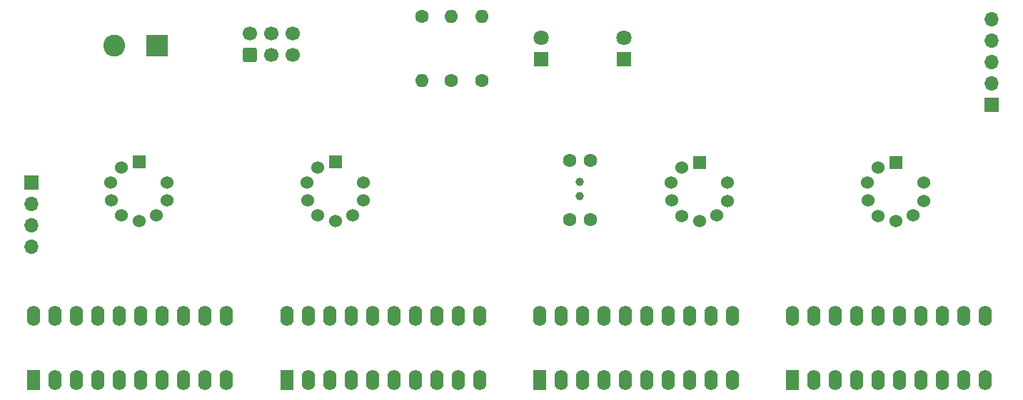
<source format=gbr>
G04 #@! TF.GenerationSoftware,KiCad,Pcbnew,6.0.0-d3dd2cf0fa~116~ubuntu20.04.1*
G04 #@! TF.CreationDate,2022-01-06T20:49:07+01:00*
G04 #@! TF.ProjectId,numitron clock,6e756d69-7472-46f6-9e20-636c6f636b2e,rev?*
G04 #@! TF.SameCoordinates,Original*
G04 #@! TF.FileFunction,Soldermask,Bot*
G04 #@! TF.FilePolarity,Negative*
%FSLAX46Y46*%
G04 Gerber Fmt 4.6, Leading zero omitted, Abs format (unit mm)*
G04 Created by KiCad (PCBNEW 6.0.0-d3dd2cf0fa~116~ubuntu20.04.1) date 2022-01-06 20:49:07*
%MOMM*%
%LPD*%
G01*
G04 APERTURE LIST*
G04 Aperture macros list*
%AMRoundRect*
0 Rectangle with rounded corners*
0 $1 Rounding radius*
0 $2 $3 $4 $5 $6 $7 $8 $9 X,Y pos of 4 corners*
0 Add a 4 corners polygon primitive as box body*
4,1,4,$2,$3,$4,$5,$6,$7,$8,$9,$2,$3,0*
0 Add four circle primitives for the rounded corners*
1,1,$1+$1,$2,$3*
1,1,$1+$1,$4,$5*
1,1,$1+$1,$6,$7*
1,1,$1+$1,$8,$9*
0 Add four rect primitives between the rounded corners*
20,1,$1+$1,$2,$3,$4,$5,0*
20,1,$1+$1,$4,$5,$6,$7,0*
20,1,$1+$1,$6,$7,$8,$9,0*
20,1,$1+$1,$8,$9,$2,$3,0*%
G04 Aperture macros list end*
%ADD10R,1.700000X1.700000*%
%ADD11O,1.700000X1.700000*%
%ADD12R,1.800000X1.800000*%
%ADD13C,1.800000*%
%ADD14C,1.600000*%
%ADD15O,1.600000X1.600000*%
%ADD16C,1.000000*%
%ADD17R,2.600000X2.600000*%
%ADD18C,2.600000*%
%ADD19R,1.524000X1.524000*%
%ADD20C,1.524000*%
%ADD21RoundRect,0.250000X0.600000X-0.600000X0.600000X0.600000X-0.600000X0.600000X-0.600000X-0.600000X0*%
%ADD22C,1.700000*%
%ADD23R,1.600000X2.400000*%
%ADD24O,1.600000X2.400000*%
G04 APERTURE END LIST*
D10*
X102900000Y-104025000D03*
D11*
X102900000Y-106565000D03*
X102900000Y-109105000D03*
X102900000Y-111645000D03*
X216800000Y-84615000D03*
X216800000Y-87155000D03*
X216800000Y-89695000D03*
X216800000Y-92235000D03*
D10*
X216800000Y-94775000D03*
D12*
X173200000Y-89375000D03*
D13*
X173200000Y-86835000D03*
D12*
X163300000Y-89375000D03*
D13*
X163300000Y-86835000D03*
D14*
X156300000Y-91910000D03*
D15*
X156300000Y-84290000D03*
D16*
X167945000Y-103965000D03*
X167945000Y-105665000D03*
D17*
X117745000Y-87795000D03*
D18*
X112665000Y-87795000D03*
D14*
X152705000Y-91910000D03*
D15*
X152705000Y-84290000D03*
D19*
X205400000Y-101635000D03*
D20*
X203340000Y-102295000D03*
X202070000Y-104045000D03*
X202090000Y-106185000D03*
X203320000Y-107995000D03*
X205400000Y-108635000D03*
X207460000Y-107965000D03*
X208730000Y-106215000D03*
X208730000Y-104055000D03*
X185430000Y-104055000D03*
X185430000Y-106215000D03*
X184160000Y-107965000D03*
X182100000Y-108635000D03*
X180020000Y-107995000D03*
X178790000Y-106185000D03*
X178770000Y-104045000D03*
X180040000Y-102295000D03*
D19*
X182100000Y-101635000D03*
D20*
X118970000Y-104020000D03*
X118970000Y-106180000D03*
X117700000Y-107930000D03*
X115640000Y-108600000D03*
X113560000Y-107960000D03*
X112330000Y-106150000D03*
X112310000Y-104010000D03*
X113580000Y-102260000D03*
D19*
X115640000Y-101600000D03*
D20*
X142250000Y-104020000D03*
X142250000Y-106180000D03*
X140980000Y-107930000D03*
X138920000Y-108600000D03*
X136840000Y-107960000D03*
X135610000Y-106150000D03*
X135590000Y-104010000D03*
X136860000Y-102260000D03*
D19*
X138920000Y-101600000D03*
D14*
X166695000Y-108410000D03*
X169195000Y-108410000D03*
X166695000Y-101425000D03*
X169195000Y-101425000D03*
D21*
X128755000Y-88852500D03*
D22*
X131295000Y-88852500D03*
X133835000Y-88852500D03*
X128755000Y-86312500D03*
X131295000Y-86312500D03*
X133835000Y-86312500D03*
D23*
X163175000Y-127525000D03*
D24*
X186035000Y-119905000D03*
X165715000Y-127525000D03*
X183495000Y-119905000D03*
X168255000Y-127525000D03*
X180955000Y-119905000D03*
X170795000Y-127525000D03*
X178415000Y-119905000D03*
X173335000Y-127525000D03*
X175875000Y-119905000D03*
X175875000Y-127525000D03*
X173335000Y-119905000D03*
X178415000Y-127525000D03*
X170795000Y-119905000D03*
X180955000Y-127525000D03*
X168255000Y-119905000D03*
X183495000Y-127525000D03*
X165715000Y-119905000D03*
X186035000Y-127525000D03*
X163175000Y-119905000D03*
D15*
X149180000Y-91910000D03*
D14*
X149180000Y-84290000D03*
D23*
X133175000Y-127525000D03*
D24*
X135715000Y-127525000D03*
X138255000Y-127525000D03*
X140795000Y-127525000D03*
X143335000Y-127525000D03*
X145875000Y-127525000D03*
X148415000Y-127525000D03*
X150955000Y-127525000D03*
X153495000Y-127525000D03*
X156035000Y-127525000D03*
X156035000Y-119905000D03*
X153495000Y-119905000D03*
X150955000Y-119905000D03*
X148415000Y-119905000D03*
X145875000Y-119905000D03*
X143335000Y-119905000D03*
X140795000Y-119905000D03*
X138255000Y-119905000D03*
X135715000Y-119905000D03*
X133175000Y-119905000D03*
D23*
X103175000Y-127525000D03*
D24*
X105715000Y-127525000D03*
X108255000Y-127525000D03*
X110795000Y-127525000D03*
X113335000Y-127525000D03*
X115875000Y-127525000D03*
X118415000Y-127525000D03*
X120955000Y-127525000D03*
X123495000Y-127525000D03*
X126035000Y-127525000D03*
X126035000Y-119905000D03*
X123495000Y-119905000D03*
X120955000Y-119905000D03*
X118415000Y-119905000D03*
X115875000Y-119905000D03*
X113335000Y-119905000D03*
X110795000Y-119905000D03*
X108255000Y-119905000D03*
X105715000Y-119905000D03*
X103175000Y-119905000D03*
D23*
X193175000Y-127525000D03*
D24*
X195715000Y-127525000D03*
X198255000Y-127525000D03*
X200795000Y-127525000D03*
X203335000Y-127525000D03*
X205875000Y-127525000D03*
X208415000Y-127525000D03*
X210955000Y-127525000D03*
X213495000Y-127525000D03*
X216035000Y-127525000D03*
X216035000Y-119905000D03*
X213495000Y-119905000D03*
X210955000Y-119905000D03*
X208415000Y-119905000D03*
X205875000Y-119905000D03*
X203335000Y-119905000D03*
X200795000Y-119905000D03*
X198255000Y-119905000D03*
X195715000Y-119905000D03*
X193175000Y-119905000D03*
M02*

</source>
